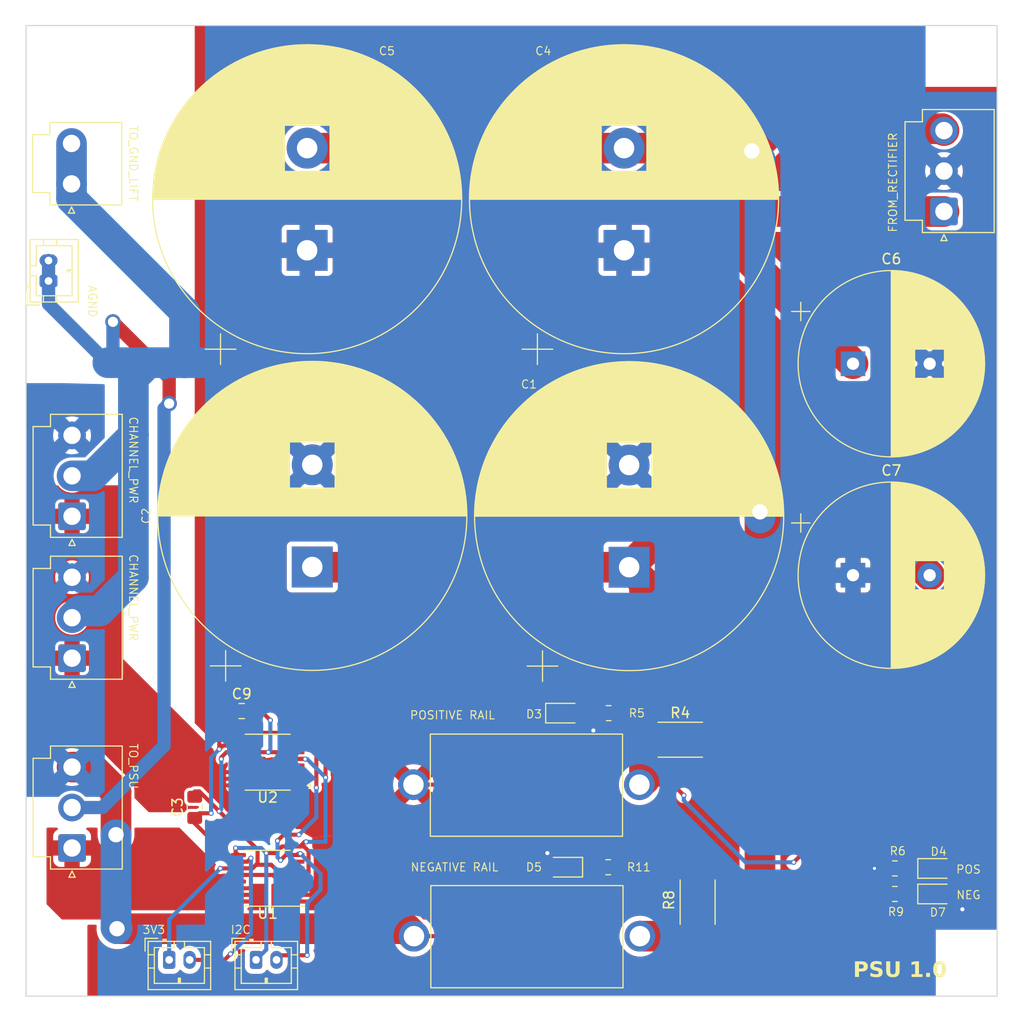
<source format=kicad_pcb>
(kicad_pcb (version 20240108) (generator "pcbnew") (generator_version "8.0")
  (layers (0 "F.Cu" signal) (31 "B.Cu" signal) (34 "B.Paste" user) (35 "F.Paste" user) (36 "B.SilkS" user "B.Silkscreen") (37 "F.SilkS" user "F.Silkscreen") (38 "B.Mask" user) (39 "F.Mask" user) (44 "Edge.Cuts" user))
  (net 0 "")
  (net 1 "PGND")
  (net 2 "Net-(D3-K)")
  (net 3 "Net-(D4-K)")
  (net 4 "Net-(D5-K)")
  (net 5 "VP1")
  (net 6 "VM1")
  (net 7 "VPOUT")
  (net 8 "Net-(D7-K)")
  (net 10 "SDA")
  (net 11 "SCL")
  (net 12 "3V3")
  (net 14 "GND")
  (net 15 "VPOUT_PSU")
  (net 16 "VPOUT_CHAN")
  (net 17 "VNOUT")
  (footprint "Capacitor_THT:CP_Radial_D18.0mm_P7.50mm" (layer "F.Cu") (at 224.4 77.1)
    (property "Reference" "C6" (at 3.75 -10.25 0) (layer "F.SilkS"))
    (property "Value" "3300u 50V")
    (pad "1" thru_hole rect (at 0 0) (size 2.4 2.4) (drill 1.2) (layers "*.Cu" "*.Mask") (net 5 "VP1"))
    (pad "2" thru_hole circle (at 7.5 0) (size 2.4 2.4) (drill 1.2) (layers "*.Cu" "*.Mask") (net 1 "PGND"))
  )
  (footprint "MountingHole:MountingHole_3.2mm_M3" (layer "F.Cu") (at 236 46.5)
    (property "Reference" "H4" (hide yes))
    (property "Value" "MountingHole")
    (pad "" np_thru_hole circle (at 0 0) (size 3.2 3.2) (drill 3.2) (layers "*.Cu" "*.Mask"))
  )
  (footprint "LED_SMD:LED_0805_2012Metric_Pad1.15x1.40mm_HandSolder" (layer "F.Cu") (at 232.6 126.5)
    (property "Reference" "D4" (at 0.175 -1.65 0) (layer "F.SilkS") (effects (font (size 0.8 0.8) (thickness 0.1))))
    (property "Value" "YELLOW")
    (pad "1" smd roundrect (at -1.025 0) (size 1.15 1.4) (layers "F.Cu" "F.Paste" "F.Mask") (roundrect_rratio 0.2173913043) (net 3 "Net-(D4-K)"))
    (pad "2" smd roundrect (at 1.025 0) (size 1.15 1.4) (layers "F.Cu" "F.Paste" "F.Mask") (roundrect_rratio 0.2173913043) (net 5 "VP1"))
  )
  (footprint "Capacitor_THT:CP_Radial_D30.0mm_P10.00mm_SnapIn" (layer "F.Cu") (at 202.5 97.017934 90)
    (property "Reference" "C1" (at 17.9 -9.8 0) (layer "F.SilkS") (effects (font (size 0.8 0.8) (thickness 0.1))))
    (property "Value" "15000U")
    (pad "1" thru_hole rect (at 0 0 90) (size 4 4) (drill 2) (layers "*.Cu" "*.Mask") (net 5 "VP1"))
    (pad "2" thru_hole circle (at 10 0 90) (size 4 4) (drill 2) (layers "*.Cu" "*.Mask") (net 1 "PGND"))
  )
  (footprint "Connector_JST:JST_VH_B3P-VH_1x03_P3.96mm_Vertical" (layer "F.Cu") (at 148 92.0325 90)
    (property "Reference" "J4" (hide yes))
    (property "Value" "Conn_01x03_Male")
    (pad "1" thru_hole roundrect (at 0 0 90) (size 2.7 2.7) (drill 1.7) (layers "*.Cu" "*.Mask") (roundrect_rratio 0.09259296296) (net 16 "VPOUT_CHAN"))
    (pad "2" thru_hole circle (at 3.96 0 90) (size 2.7 2.7) (drill 1.7) (layers "*.Cu" "*.Mask") (net 1 "PGND"))
    (pad "3" thru_hole circle (at 7.92 0 90) (size 2.7 2.7) (drill 1.7) (layers "*.Cu" "*.Mask") (net 17 "VNOUT"))
  )
  (footprint "Resistor_SMD:R_0805_2012Metric_Pad1.20x1.40mm_HandSolder" (layer "F.Cu") (at 200.45 126.38)
    (property "Reference" "R11" (at 3 0 0) (layer "F.SilkS") (effects (font (size 0.8 0.8) (thickness 0.1))))
    (property "Value" "9.1K")
    (pad "1" smd roundrect (at -1 0) (size 1.2 1.4) (layers "F.Cu" "F.Paste" "F.Mask") (roundrect_rratio 0.2083333333) (net 4 "Net-(D5-K)"))
    (pad "2" smd roundrect (at 1 0) (size 1.2 1.4) (layers "F.Cu" "F.Paste" "F.Mask") (roundrect_rratio 0.2083333333) (net 17 "VNOUT"))
  )
  (footprint "Connector_JST:JST_PH_B2B-PH-K_1x02_P2.00mm_Vertical" (layer "F.Cu") (at 157.5 135.45)
    (property "Reference" "J5" (hide yes))
    (property "Value" "Conn_01x02_Pin")
    (pad "1" thru_hole roundrect (at 0 0) (size 1.2 1.75) (drill 0.75) (layers "*.Cu" "*.Mask") (roundrect_rratio 0.208333) (net 14 "GND"))
    (pad "2" thru_hole oval (at 2 0) (size 1.2 1.75) (drill 0.75) (layers "*.Cu" "*.Mask") (net 12 "3V3"))
  )
  (footprint "MountingHole:MountingHole_3.2mm_M3" (layer "F.Cu") (at 146.1 136.2)
    (property "Reference" "H2" (hide yes))
    (property "Value" "MountingHole")
    (pad "" np_thru_hole circle (at 0 0) (size 3.2 3.2) (drill 3.2) (layers "*.Cu" "*.Mask"))
  )
  (footprint "Resistor_SMD:R_2512_6332Metric_Pad1.40x3.35mm_HandSolder" (layer "F.Cu") (at 207.5 113.9)
    (property "Reference" "R4" (at 0 -2.62 360) (layer "F.SilkS"))
    (property "Value" "1.5K 2W")
    (pad "1" smd roundrect (at -3.05 0) (size 1.4 3.35) (layers "F.Cu" "F.Paste" "F.Mask") (roundrect_rratio 0.178571) (net 5 "VP1"))
    (pad "2" smd roundrect (at 3.05 0) (size 1.4 3.35) (layers "F.Cu" "F.Paste" "F.Mask") (roundrect_rratio 0.178571) (net 1 "PGND"))
  )
  (footprint "Capacitor_THT:CP_Radial_D30.0mm_P10.00mm_SnapIn" (layer "F.Cu") (at 202 66 90)
    (property "Reference" "C4" (at 19.505 -7.9 0) (layer "F.SilkS") (effects (font (size 0.8 0.8) (thickness 0.1))))
    (property "Value" "15000U")
    (pad "1" thru_hole rect (at 0 0 90) (size 4 4) (drill 2) (layers "*.Cu" "*.Mask") (net 1 "PGND"))
    (pad "2" thru_hole circle (at 10 0 90) (size 4 4) (drill 2) (layers "*.Cu" "*.Mask") (net 6 "VM1"))
  )
  (footprint "Package_SO:TSSOP-16_4.4x5mm_P0.65mm" (layer "F.Cu") (at 167.1375 127.4625 180)
    (property "Reference" "U1" (at 0 -3.45 0) (layer "F.SilkS"))
    (property "Value" "INA260")
    (pad "1" smd roundrect (at -2.8625 -2.275 180) (size 1.475 0.4) (layers "F.Cu" "F.Paste" "F.Mask") (net 7 "VPOUT"))
    (pad "2" smd roundrect (at -2.8625 -1.625 180) (size 1.475 0.4) (layers "F.Cu" "F.Paste" "F.Mask") (net 7 "VPOUT"))
    (pad "3" smd roundrect (at -2.8625 -0.975 180) (size 1.475 0.4) (layers "F.Cu" "F.Paste" "F.Mask") (net 7 "VPOUT"))
    (pad "4" smd roundrect (at -2.8625 -0.325 180) (size 1.475 0.4) (layers "F.Cu" "F.Paste" "F.Mask") (net 11 "SCL"))
    (pad "5" smd roundrect (at -2.8625 0.325 180) (size 1.475 0.4) (layers "F.Cu" "F.Paste" "F.Mask") (net 14 "GND"))
    (pad "6" smd roundrect (at -2.8625 0.975 180) (size 1.475 0.4) (layers "F.Cu" "F.Paste" "F.Mask") (net 14 "GND"))
    (pad "7" smd roundrect (at -2.8625 1.625 180) (size 1.475 0.4) (layers "F.Cu" "F.Paste" "F.Mask"))
    (pad "8" smd roundrect (at -2.8625 2.275 180) (size 1.475 0.4) (layers "F.Cu" "F.Paste" "F.Mask") (net 10 "SDA"))
    (pad "9" smd roundrect (at 2.8625 2.275 180) (size 1.475 0.4) (layers "F.Cu" "F.Paste" "F.Mask") (net 11 "SCL"))
    (pad "10" smd roundrect (at 2.8625 1.625 180) (size 1.475 0.4) (layers "F.Cu" "F.Paste" "F.Mask") (net 12 "3V3"))
    (pad "11" smd roundrect (at 2.8625 0.975 180) (size 1.475 0.4) (layers "F.Cu" "F.Paste" "F.Mask") (net 14 "GND"))
    (pad "12" smd roundrect (at 2.8625 0.325 180) (size 1.475 0.4) (layers "F.Cu" "F.Paste" "F.Mask") (net 7 "VPOUT"))
    (pad "13" smd roundrect (at 2.8625 -0.325 180) (size 1.475 0.4) (layers "F.Cu" "F.Paste" "F.Mask"))
    (pad "14" smd roundrect (at 2.8625 -0.975 180) (size 1.475 0.4) (layers "F.Cu" "F.Paste" "F.Mask") (net 15 "VPOUT_PSU"))
    (pad "15" smd roundrect (at 2.8625 -1.625 180) (size 1.475 0.4) (layers "F.Cu" "F.Paste" "F.Mask") (net 15 "VPOUT_PSU"))
    (pad "16" smd roundrect (at 2.8625 -2.275 180) (size 1.475 0.4) (layers "F.Cu" "F.Paste" "F.Mask") (net 15 "VPOUT_PSU"))
  )
  (footprint "Connector_JST:JST_VH_B3P-VH_1x03_P3.96mm_Vertical" (layer "F.Cu") (at 148 124.5 90)
    (property "Reference" "J3" (hide yes))
    (property "Value" "Conn_01x03_Male")
    (pad "1" thru_hole roundrect (at 0 0 90) (size 2.7 2.7) (drill 1.7) (layers "*.Cu" "*.Mask") (roundrect_rratio 0.09259296296) (net 15 "VPOUT_PSU"))
    (pad "2" thru_hole circle (at 3.96 0 90) (size 2.7 2.7) (drill 1.7) (layers "*.Cu" "*.Mask") (net 1 "PGND"))
    (pad "3" thru_hole circle (at 7.92 0 90) (size 2.7 2.7) (drill 1.7) (layers "*.Cu" "*.Mask") (net 17 "VNOUT"))
  )
  (footprint "LED_SMD:LED_0805_2012Metric_Pad1.15x1.40mm_HandSolder" (layer "F.Cu") (at 196.195833 111.3)
    (property "Reference" "D3" (at -3 0.1 0) (layer "F.SilkS") (effects (font (size 0.8 0.8) (thickness 0.1))))
    (property "Value" "YELLOW")
    (pad "1" smd roundrect (at -1.025 0) (size 1.15 1.4) (layers "F.Cu" "F.Paste" "F.Mask") (roundrect_rratio 0.2173913043) (net 2 "Net-(D3-K)"))
    (pad "2" smd roundrect (at 1.025 0) (size 1.15 1.4) (layers "F.Cu" "F.Paste" "F.Mask") (roundrect_rratio 0.2173913043) (net 7 "VPOUT"))
  )
  (footprint "Resistor_SMD:R_0805_2012Metric_Pad1.20x1.40mm_HandSolder" (layer "F.Cu") (at 228.5 129 180)
    (property "Reference" "R9" (at -0.1 -1.75 0) (layer "F.SilkS") (effects (font (size 0.8 0.8) (thickness 0.1))))
    (property "Value" "9.1K")
    (pad "1" smd roundrect (at -1 0 180) (size 1.2 1.4) (layers "F.Cu" "F.Paste" "F.Mask") (roundrect_rratio 0.2083333333) (net 8 "Net-(D7-K)"))
    (pad "2" smd roundrect (at 1 0 180) (size 1.2 1.4) (layers "F.Cu" "F.Paste" "F.Mask") (roundrect_rratio 0.2083333333) (net 6 "VM1"))
  )
  (footprint "LED_SMD:LED_0805_2012Metric_Pad1.15x1.40mm_HandSolder" (layer "F.Cu") (at 232.6 129)
    (property "Reference" "D7" (at 0.1 1.8 0) (layer "F.SilkS") (effects (font (size 0.8 0.8) (thickness 0.1))))
    (property "Value" "BLUE")
    (pad "1" smd roundrect (at -1.025 0) (size 1.15 1.4) (layers "F.Cu" "F.Paste" "F.Mask") (roundrect_rratio 0.2173913043) (net 8 "Net-(D7-K)"))
    (pad "2" smd roundrect (at 1.025 0) (size 1.15 1.4) (layers "F.Cu" "F.Paste" "F.Mask") (roundrect_rratio 0.2173913043) (net 1 "PGND"))
  )
  (footprint "Capacitor_SMD:C_0805_2012Metric_Pad1.18x1.45mm_HandSolder" (layer "F.Cu") (at 164.6 111.1)
    (property "Reference" "C9" (at 0 -1.68 0) (layer "F.SilkS"))
    (property "Value" "0.1u")
    (pad "1" smd roundrect (at -1.0375 0) (size 1.175 1.45) (layers "F.Cu" "F.Paste" "F.Mask") (roundrect_rratio 0.212766) (net 12 "3V3"))
    (pad "2" smd roundrect (at 1.0375 0) (size 1.175 1.45) (layers "F.Cu" "F.Paste" "F.Mask") (roundrect_rratio 0.212766) (net 14 "GND"))
  )
  (footprint "Connector_JST:JST_PH_B2B-PH-K_1x02_P2.00mm_Vertical" (layer "F.Cu") (at 145.7 69 90)
    (property "Reference" "J7" (hide yes))
    (property "Value" "Conn_01x02_Pin")
    (pad "1" thru_hole roundrect (at 0 0 90) (size 1.2 1.75) (drill 0.75) (layers "*.Cu" "*.Mask") (roundrect_rratio 0.208333) (net 1 "PGND"))
    (pad "2" thru_hole oval (at 2 0 90) (size 1.2 1.75) (drill 0.75) (layers "*.Cu" "*.Mask") (net 1 "PGND"))
  )
  (footprint "LED_SMD:LED_0805_2012Metric_Pad1.15x1.40mm_HandSolder" (layer "F.Cu") (at 196.083333 126.38 180)
    (property "Reference" "D5" (at 2.9 0 0) (layer "F.SilkS") (effects (font (size 0.8 0.8) (thickness 0.1))))
    (property "Value" "BLUE")
    (pad "1" smd roundrect (at -1.025 0 180) (size 1.15 1.4) (layers "F.Cu" "F.Paste" "F.Mask") (roundrect_rratio 0.2173913043) (net 4 "Net-(D5-K)"))
    (pad "2" smd roundrect (at 1.025 0 180) (size 1.15 1.4) (layers "F.Cu" "F.Paste" "F.Mask") (roundrect_rratio 0.2173913043) (net 1 "PGND"))
  )
  (footprint "Capacitor_THT:CP_Radial_D30.0mm_P10.00mm_SnapIn" (layer "F.Cu") (at 171 66 90)
    (property "Reference" "C5" (at 19.505 7.8 0) (layer "F.SilkS") (effects (font (size 0.8 0.8) (thickness 0.1))))
    (property "Value" "15000U")
    (pad "1" thru_hole rect (at 0 0 90) (size 4 4) (drill 2) (layers "*.Cu" "*.Mask") (net 1 "PGND"))
    (pad "2" thru_hole circle (at 10 0 90) (size 4 4) (drill 2) (layers "*.Cu" "*.Mask") (net 6 "VM1"))
  )
  (footprint "Connector_JST:JST_PH_B2B-PH-K_1x02_P2.00mm_Vertical" (layer "F.Cu") (at 166 135.45)
    (property "Reference" "J8" (hide yes))
    (property "Value" "Conn_01x02_Male")
    (pad "1" thru_hole roundrect (at 0 0) (size 1.2 1.75) (drill 0.75) (layers "*.Cu" "*.Mask") (roundrect_rratio 0.208333) (net 11 "SCL"))
    (pad "2" thru_hole oval (at 2 0) (size 1.2 1.75) (drill 0.75) (layers "*.Cu" "*.Mask") (net 10 "SDA"))
  )
  (footprint "Connector_JST:JST_VH_B2P-VH-B_1x02_P3.96mm_Vertical" (layer "F.Cu") (at 147.95 59.5 90)
    (property "Reference" "J6" (hide yes))
    (property "Value" "Conn_01x02_Male")
    (pad "1" thru_hole roundrect (at 0 0 90) (size 2.7 2.7) (drill 1.7) (layers "*.Cu" "*.Mask") (roundrect_rratio 0.092593) (net 1 "PGND"))
    (pad "2" thru_hole circle (at 3.96 0 90) (size 2.7 2.7) (drill 1.7) (layers "*.Cu" "*.Mask") (net 1 "PGND"))
  )
  (footprint "Capacitor_SMD:C_0805_2012Metric_Pad1.18x1.45mm_HandSolder" (layer "F.Cu") (at 160 120.525 90)
    (property "Reference" "C3" (at 0 -1.68 90) (layer "F.SilkS"))
    (property "Value" "0.1u")
    (pad "1" smd roundrect (at -1.0375 0 90) (size 1.175 1.45) (layers "F.Cu" "F.Paste" "F.Mask") (roundrect_rratio 0.212766) (net 12 "3V3"))
    (pad "2" smd roundrect (at 1.0375 0 90) (size 1.175 1.45) (layers "F.Cu" "F.Paste" "F.Mask") (roundrect_rratio 0.212766) (net 14 "GND"))
  )
  (footprint "Components:Aliexpress Fuse 5x20" (layer "F.Cu") (at 192.45 120.85 180)
    (property "Reference" "F1" (hide yes))
    (property "Value" "Fuse_Small")
    (pad "1" thru_hole circle (at -11.05 2.55 180) (size 3 3) (drill 2) (layers "*.Cu" "*.Mask") (net 5 "VP1"))
    (pad "2" thru_hole circle (at 11.05 2.55 180) (size 3 3) (drill 2) (layers "*.Cu" "*.Mask") (net 7 "VPOUT"))
  )
  (footprint "Capacitor_THT:CP_Radial_D18.0mm_P7.50mm" (layer "F.Cu") (at 224.4 97.8)
    (property "Reference" "C7" (at 3.75 -10.25 0) (layer "F.SilkS"))
    (property "Value" "3300u 50V")
    (pad "1" thru_hole rect (at 0 0) (size 2.4 2.4) (drill 1.2) (layers "*.Cu" "*.Mask") (net 1 "PGND"))
    (pad "2" thru_hole circle (at 7.5 0) (size 2.4 2.4) (drill 1.2) (layers "*.Cu" "*.Mask") (net 6 "VM1"))
  )
  (footprint "Connector_JST:JST_VH_B3P-VH_1x03_P3.96mm_Vertical" (layer "F.Cu") (at 148 105.92 90)
    (property "Reference" "J10" (hide yes))
    (property "Value" "Conn_01x03_Male")
    (pad "1" thru_hole roundrect (at 0 0 90) (size 2.7 2.7) (drill 1.7) (layers "*.Cu" "*.Mask") (roundrect_rratio 0.09259296296) (net 16 "VPOUT_CHAN"))
    (pad "2" thru_hole circle (at 3.96 0 90) (size 2.7 2.7) (drill 1.7) (layers "*.Cu" "*.Mask") (net 1 "PGND"))
    (pad "3" thru_hole circle (at 7.92 0 90) (size 2.7 2.7) (drill 1.7) (layers "*.Cu" "*.Mask") (net 17 "VNOUT"))
  )
  (footprint "Resistor_SMD:R_2512_6332Metric_Pad1.40x3.35mm_HandSolder" (layer "F.Cu") (at 209.2 129.8 -90)
    (property "Reference" "R8" (at -0.2 2.8 90) (layer "F.SilkS"))
    (property "Value" "1.5K 2W")
    (pad "1" smd roundrect (at -3.05 0 270) (size 1.4 3.35) (layers "F.Cu" "F.Paste" "F.Mask") (roundrect_rratio 0.178571) (net 1 "PGND"))
    (pad "2" smd roundrect (at 3.05 0 270) (size 1.4 3.35) (layers "F.Cu" "F.Paste" "F.Mask") (roundrect_rratio 0.178571) (net 6 "VM1"))
  )
  (footprint "MountingHole:MountingHole_3mm" (layer "F.Cu") (at 236 136.5)
    (property "Reference" "H1" (hide yes))
    (property "Value" "MountingHole")
    (pad "" np_thru_hole circle (at 0 0) (size 3 3) (drill 3) (layers "*.Cu" "*.Mask"))
  )
  (footprint "Connector_JST:JST_VH_B3P-VH_1x03_P3.96mm_Vertical" (layer "F.Cu") (at 233.3 62.2 90)
    (property "Reference" "J9" (hide yes))
    (property "Value" "Conn_01x03_Male")
    (pad "1" thru_hole roundrect (at 0 0 90) (size 2.7 2.7) (drill 1.7) (layers "*.Cu" "*.Mask") (roundrect_rratio 0.092593) (net 5 "VP1"))
    (pad "2" thru_hole circle (at 3.96 0 90) (size 2.7 2.7) (drill 1.7) (layers "*.Cu" "*.Mask") (net 1 "PGND"))
    (pad "3" thru_hole circle (at 7.92 0 90) (size 2.7 2.7) (drill 1.7) (layers "*.Cu" "*.Mask") (net 6 "VM1"))
  )
  (footprint "Components:Aliexpress Fuse 5x20" (layer "F.Cu") (at 192.5 135.68 180)
    (property "Reference" "F2" (hide yes))
    (property "Value" "Fuse_Small")
    (pad "1" thru_hole circle (at -11.05 2.55 180) (size 3 3) (drill 2) (layers "*.Cu" "*.Mask") (net 6 "VM1"))
    (pad "2" thru_hole circle (at 11.05 2.55 180) (size 3 3) (drill 2) (layers "*.Cu" "*.Mask") (net 17 "VNOUT"))
  )
  (footprint "Resistor_SMD:R_0805_2012Metric_Pad1.20x1.40mm_HandSolder" (layer "F.Cu") (at 200.5 111.3 180)
    (property "Reference" "R5" (at -2.75 0 0) (layer "F.SilkS") (effects (font (size 0.8 0.8) (thickness 0.1))))
    (property "Value" "9.1K")
    (pad "1" smd roundrect (at -1 0 180) (size 1.2 1.4) (layers "F.Cu" "F.Paste" "F.Mask") (roundrect_rratio 0.2083333333) (net 2 "Net-(D3-K)"))
    (pad "2" smd roundrect (at 1 0 180) (size 1.2 1.4) (layers "F.Cu" "F.Paste" "F.Mask") (roundrect_rratio 0.2083333333) (net 1 "PGND"))
  )
  (footprint "Package_SO:TSSOP-16_4.4x5mm_P0.65mm" (layer "F.Cu") (at 167.1375 116.1 180)
    (property "Reference" "U2" (at 0 -3.45 360) (layer "F.SilkS"))
    (property "Value" "INA260")
    (pad "1" smd roundrect (at -2.8625 -2.275 180) (size 1.475 0.4) (layers "F.Cu" "F.Paste" "F.Mask") (net 7 "VPOUT"))
    (pad "2" smd roundrect (at -2.8625 -1.625 180) (size 1.475 0.4) (layers "F.Cu" "F.Paste" "F.Mask") (net 7 "VPOUT"))
    (pad "3" smd roundrect (at -2.8625 -0.975 180) (size 1.475 0.4) (layers "F.Cu" "F.Paste" "F.Mask") (net 7 "VPOUT"))
    (pad "4" smd roundrect (at -2.8625 -0.325 180) (size 1.475 0.4) (layers "F.Cu" "F.Paste" "F.Mask") (net 14 "GND"))
    (pad "5" smd roundrect (at -2.8625 0.325 180) (size 1.475 0.4) (layers "F.Cu" "F.Paste" "F.Mask") (net 11 "SCL"))
    (pad "6" smd roundrect (at -2.8625 0.975 180) (size 1.475 0.4) (layers "F.Cu" "F.Paste" "F.Mask") (net 14 "GND"))
    (pad "7" smd roundrect (at -2.8625 1.625 180) (size 1.475 0.4) (layers "F.Cu" "F.Paste" "F.Mask"))
    (pad "8" smd roundrect (at -2.8625 2.275 180) (size 1.475 0.4) (layers "F.Cu" "F.Paste" "F.Mask") (net 10 "SDA"))
    (pad "9" smd roundrect (at 2.8625 2.275 180) (size 1.475 0.4) (layers "F.Cu" "F.Paste" "F.Mask") (net 11 "SCL"))
    (pad "10" smd roundrect (at 2.8625 1.625 180) (size 1.475 0.4) (layers "F.Cu" "F.Paste" "F.Mask") (net 12 "3V3"))
    (pad "11" smd roundrect (at 2.8625 0.975 180) (size 1.475 0.4) (layers "F.Cu" "F.Paste" "F.Mask") (net 14 "GND"))
    (pad "12" smd roundrect (at 2.8625 0.325 180) (size 1.475 0.4) (layers "F.Cu" "F.Paste" "F.Mask") (net 7 "VPOUT"))
    (pad "13" smd roundrect (at 2.8625 -0.325 180) (size 1.475 0.4) (layers "F.Cu" "F.Paste" "F.Mask"))
    (pad "14" smd roundrect (at 2.8625 -0.975 180) (size 1.475 0.4) (layers "F.Cu" "F.Paste" "F.Mask") (net 16 "VPOUT_CHAN"))
    (pad "15" smd roundrect (at 2.8625 -1.625 180) (size 1.475 0.4) (layers "F.Cu" "F.Paste" "F.Mask") (net 16 "VPOUT_CHAN"))
    (pad "16" smd roundrect (at 2.8625 -2.275 180) (size 1.475 0.4) (layers "F.Cu" "F.Paste" "F.Mask") (net 16 "VPOUT_CHAN"))
  )
  (footprint "Capacitor_THT:CP_Radial_D30.0mm_P10.00mm_SnapIn" (layer "F.Cu") (at 171.5 96.995 90)
    (property "Reference" "C2" (at 5 -16.25 90) (layer "F.SilkS") (effects (font (size 0.8 0.8) (thickness 0.1))))
    (property "Value" "15000U")
    (pad "1" thru_hole rect (at 0 0 90) (size 4 4) (drill 2) (layers "*.Cu" "*.Mask") (net 5 "VP1"))
    (pad "2" thru_hole circle (at 10 0 90) (size 4 4) (drill 2) (layers "*.Cu" "*.Mask") (net 1 "PGND"))
  )
  (footprint "Resistor_SMD:R_0805_2012Metric_Pad1.20x1.40mm_HandSolder" (layer "F.Cu") (at 228.5 126.5 180)
    (property "Reference" "R6" (at -0.275 1.7 0) (layer "F.SilkS") (effects (font (size 0.8 0.8) (thickness 0.1))))
    (property "Value" "9.1K")
    (pad "1" smd roundrect (at -1 0 180) (size 1.2 1.4) (layers "F.Cu" "F.Paste" "F.Mask") (roundrect_rratio 0.2083333333) (net 3 "Net-(D4-K)"))
    (pad "2" smd roundrect (at 1 0 180) (size 1.2 1.4) (layers "F.Cu" "F.Paste" "F.Mask") (roundrect_rratio 0.2083333333) (net 1 "PGND"))
  )
  (footprint "MountingHole:MountingHole_3mm" (layer "F.Cu") (at 146.1 46.2)
    (property "Reference" "H3" (hide yes))
    (property "Value" "MountingHole")
    (pad "" np_thru_hole circle (at 0 0) (size 3 3) (drill 3) (layers "*.Cu" "*.Mask"))
  )
  (gr_line (start 238.5 139) (end 143.5 139) (stroke (width 0.1)) (layer "Edge.Cuts"))
  (gr_line (start 238.5 44) (end 238.5 139) (stroke (width 0.1)) (layer "Edge.Cuts"))
  (gr_line (start 143.5 44) (end 238.5 44) (stroke (width 0.1)) (layer "Edge.Cuts"))
  (gr_line (start 143.5 44) (end 143.5 139) (stroke (width 0.1)) (layer "Edge.Cuts"))
  (gr_text "CHANNEL_PWR" (at 154 86.5325 270) (layer "F.SilkS") (effects (font (size 0.8 0.8) (thickness 0.1))))
  (gr_text "PSU 1.0" (at 224.4 136.5 0) (layer "F.SilkS") (effects (font (size 1.5 1.5) (thickness 0.3) (bold yes)) (justify left)))
  (gr_text "AGND" (at 150 71 270) (layer "F.SilkS") (effects (font (size 0.8 0.8) (thickness 0.1))))
  (gr_text "TO_PSU" (at 154 116.5 -90) (layer "F.SilkS") (effects (font (size 0.8 0.8) (thickness 0.1))))
  (gr_text "3V3" (at 156 132.5 0) (layer "F.SilkS") (effects (font (size 0.8 0.8) (thickness 0.1))))
  (gr_text "I2C" (at 164.5 132.5 0) (layer "F.SilkS") (effects (font (size 0.8 0.8) (thickness 0.1))))
  (gr_text "POSITIVE RAIL" (at 181 111.5 0) (layer "F.SilkS") (effects (font (size 0.8 0.8) (thickness 0.1)) (justify left)))
  (gr_text "FROM_RECTIFIER" (at 228.3 64.3 90) (layer "F.SilkS") (effects (font (size 0.8 0.8) (thickness 0.1)) (justify left)))
  (gr_text "TO_GND_LIFT" (at 154 57.5 270) (layer "F.SilkS") (effects (font (size 0.8 0.8) (thickness 0.1))))
  (gr_text "NEGATIVE RAIL" (at 181.066667 126.38 0) (layer "F.SilkS") (effects (font (size 0.8 0.8) (thickness 0.1)) (justify left)))
  (gr_text "POS" (at 235.7 126.6 0) (layer "F.SilkS") (effects (font (size 0.8 0.8) (thickness 0.1))))
  (gr_text "CHANNEL_PWR" (at 154 100 270) (layer "F.SilkS") (effects (font (size 0.8 0.8) (thickness 0.1))))
  (gr_text "NEG\n" (at 235.7 129.1 0) (layer "F.SilkS") (effects (font (size 0.8 0.8) (thickness 0.1))))
  (segment (start 199.5 111.3) (end 199.5 112.5) (width 0.4) (layer "F.Cu") (net 1))
  (segment (start 157.5 81) (end 157.5 78.5) (width 1.3) (layer "F.Cu") (net 1))
  (segment (start 157.5 78.5) (end 152 73) (width 1.3) (layer "F.Cu") (net 1))
  (segment (start 227.5 126.5) (end 226.5 126.5) (width 0.4) (layer "F.Cu") (net 1))
  (segment (start 195.058333 126.38) (end 195.058333 125.558333) (width 0.4) (layer "F.Cu") (net 1))
  (segment (start 199.5 112.5) (end 199 113) (width 0.4) (layer "F.Cu") (net 1))
  (segment (start 195.058333 125.558333) (end 194.5 125) (width 0.4) (layer "F.Cu") (net 1))
  (segment (start 233.625 129.025) (end 235.1 130.5) (width 0.4) (layer "F.Cu") (net 1))
  (via (at 226.5 126.5) (size 0.5) (drill 0.3) (layers "F.Cu" "B.Cu") (net 1))
  (via (at 199 113) (size 0.8) (drill 0.4) (layers "F.Cu" "B.Cu") (net 1))
  (via (at 152 73) (size 1.5) (drill 1) (layers "F.Cu" "B.Cu") (net 1))
  (via (at 194.5 125) (size 0.8) (drill 0.4) (layers "F.Cu" "B.Cu") (net 1))
  (via (at 235.1 130.5) (size 0.8) (drill 0.4) (layers "F.Cu" "B.Cu") (net 1))
  (via (at 157.5 81) (size 1.5) (drill 1) (layers "F.Cu" "B.Cu") (net 1))
  (segment (start 155.5 77) (end 151.5 77) (width 3) (layer "B.Cu") (net 1))
  (segment (start 157 81.5) (end 157.5 81) (width 1.3) (layer "B.Cu") (net 1))
  (segment (start 159 77) (end 171.5 77) (width 3) (layer "B.Cu") (net 1))
  (segment (start 158 77) (end 159 77) (width 3) (layer "B.Cu") (net 1))
  (segment (start 148 120.54) (end 150.96 120.54) (width 1.3) (layer "B.Cu") (net 1))
  (segment (start 152 76.5) (end 151.5 77) (width 1.3) (layer "B.Cu") (net 1))
  (segment (start 154 78.5) (end 154 84.1) (width 3) (layer "B.Cu") (net 1))
  (segment (start 155.5 77) (end 158 77) (width 3) (layer "B.Cu") (net 1))
  (segment (start 151.45 77) (end 145.7 71.25) (width 1.3) (layer "B.Cu") (net 1))
  (segment (start 147.95 55.54) (end 147.95 59.5) (width 3) (layer "B.Cu") (net 1))
  (segment (start 148.66 101.3) (end 148 101.96) (width 3) (layer "B.Cu") (net 1))
  (segment (start 150.7 101.3) (end 148.66 101.3) (width 3) (layer "B.Cu") (net 1))
  (segment (start 151.5 77) (end 151.45 77) (width 1.3) (layer "B.Cu") (net 1))
  (segment (start 150.96 120.54) (end 157 114.5) (width 1.3) (layer "B.Cu") (net 1))
  (segment (start 154 98) (end 150.7 101.3) (width 3) (layer "B.Cu") (net 1))
  (segment (start 147.95 60.95) (end 159 72) (width 3) (layer "B.Cu") (net 1))
  (segment (start 147.95 59.5) (end 147.95 60.95) (width 3) (layer "B.Cu") (net 1))
  (segment (start 145.7 71.25) (end 145.7 67) (width 1.3) (layer "B.Cu") (net 1))
  (segment (start 152 73) (end 152 76.5) (width 1.3) (layer "B.Cu") (net 1))
  (segment (start 154 84.1) (end 154 98) (width 3) (layer "B.Cu") (net 1))
  (segment (start 157 78) (end 158 77) (width 1.3) (layer "B.Cu") (net 1))
  (segment (start 154 82.0725) (end 154 81) (width 1.3) (layer "B.Cu") (net 1))
  (segment (start 154 84.1) (end 150.0275 88.0725) (width 3) (layer "B.Cu") (net 1))
  (segment (start 150.0275 88.0725) (end 148 88.0725) (width 3) (layer "B.Cu") (net 1))
  (segment (start 157 114.5) (end 157 81.5) (width 1.3) (layer "B.Cu") (net 1))
  (segment (start 155.5 77) (end 154 78.5) (width 3) (layer "B.Cu") (net 1))
  (segment (start 159 72) (end 159 77) (width 3) (layer "B.Cu") (net 1))
  (segment (start 201.5 111.3) (end 200.4 110.2) (width 0.4) (layer "F.Cu") (net 2))
  (segment (start 196.270833 110.2) (end 195.170833 111.3) (width 0.4) (layer "F.Cu") (net 2))
  (segment (start 200.4 110.2) (end 196.270833 110.2) (width 0.4) (layer "F.Cu") (net 2))
  (segment (start 229.5 126.5) (end 231.575 126.5) (width 0.4) (layer "F.Cu") (net 3))
  (segment (start 199.45 126.38) (end 197.108333 126.38) (width 0.4) (layer "F.Cu") (net 4))
  (segment (start 212.35 65.05) (end 212.35 62.95) (width 3) (layer "F.Cu") (net 5))
  (segment (start 212.35 62.95) (end 206.4 68.9) (width 3) (layer "F.Cu") (net 5))
  (segment (start 233.625 126.5) (end 231.6 124.475) (width 0.4) (layer "F.Cu") (net 5))
  (segment (start 206.4 68.9) (end 206.4 93.117934) (width 3) (layer "F.Cu") (net 5))
  (segment (start 213.1 62.2) (end 212.35 62.95) (width 3) (layer "F.Cu") (net 5))
  (segment (start 206.4 93.117934) (end 202.5 97.017934) (width 3) (layer "F.Cu") (net 5))
  (segment (start 202.5 97.017934) (end 204 98.517934) (width 3) (layer "F.Cu") (net 5))
  (segment (start 206.8 118.3) (end 207.85 119.35) (width 0.4) (layer "F.Cu") (net 5))
  (segment (start 224.4 77.1) (end 212.35 65.05) (width 3) (layer "F.Cu") (net 5))
  (segment (start 231.6 124.475) (end 220.025 124.475) (width 0.4) (layer "F.Cu") (net 5))
  (segment (start 202.5 97.017934) (end 171.522934 97.017934) (width 3) (layer "F.Cu") (net 5))
  (segment (start 203.5 118.3) (end 206.8 118.3) (width 0.4) (layer "F.Cu") (net 5))
  (segment (start 220.025 124.475) (end 218.6 125.9) (width 0.4) (layer "F.Cu") (net 5))
  (segment (start 204 98.517934) (end 204 117.8) (width 3) (layer "F.Cu") (net 5))
  (segment (start 233.3 62.2) (end 213.1 62.2) (width 3) (layer "F.Cu") (net 5))
  (segment (start 204 117.8) (end 203.5 118.3) (width 3) (layer "F.Cu") (net 5))
  (via (at 207.85 119.35) (size 0.5) (drill 0.3) (layers "F.Cu" "B.Cu") (net 5))
  (via (at 218.6 125.9) (size 0.5) (drill 0.3) (layers "F.Cu" "B.Cu") (net 5))
  (segment (start 218.6 125.9) (end 213.9 125.9) (width 0.4) (layer "B.Cu") (net 5))
  (segment (start 207.85 119.85) (end 207.85 119.35) (width 0.4) (layer "B.Cu") (net 5))
  (segment (start 213.9 125.9) (end 207.85 119.85) (width 0.4) (layer "B.Cu") (net 5))
  (segment (start 216.679996 54.1) (end 214.499998 56.279998) (width 3) (layer "F.Cu") (net 6))
  (segment (start 215.3 92.2) (end 215.3 130.092486) (width 3) (layer "F.Cu") (net 6))
  (segment (start 215.3 128.8) (end 215.5 129) (width 0.4) (layer "F.Cu") (net 6))
  (segment (start 214.22 56) (end 214.499998 56.279998) (width 3) (layer "F.Cu") (net 6))
  (segment (start 226.3 92.2) (end 215.3 92.2) (width 3) (layer "F.Cu") (net 6))
  (segment (start 233.3 54.28) (end 233.12 54.1) (width 3) (layer "F.Cu") (net 6))
  (segment (start 231.9 97.8) (end 226.3 92.2) (width 3) (layer "F.Cu") (net 6))
  (segment (start 215.3 130.092486) (end 212.262486 133.13) (width 3) (layer "F.Cu") (net 6))
  (segment (start 171 56) (end 202 56) (width 3) (layer "F.Cu") (net 6))
  (segment (start 233.12 54.1) (end 216.679996 54.1) (width 3) (layer "F.Cu") (net 6))
  (segment (start 202 56) (end 214.22 56) (width 3) (layer "F.Cu") (net 6))
  (segment (start 215.5 129) (end 227.5 129) (width 0.4) (layer "F.Cu") (net 6))
  (segment (start 212.262486 133.13) (end 203.55 133.13) (width 3) (layer "F.Cu") (net 6))
  (via (at 214.499998 56.279998) (size 3) (drill 1.5) (layers "F.Cu" "B.Cu") (net 6))
  (via (at 215.3 91.6) (size 3) (drill 1.5) (layers "F.Cu" "B.Cu") (net 6))
  (segment (start 215.3 92.2) (end 215.3 91.6) (width 3) (layer "B.Cu") (net 6))
  (segment (start 215.3 91.6) (end 215.3 57.08) (width 3) (layer "B.Cu") (net 6))
  (segment (start 215.3 57.08) (end 214.499998 56.279998) (width 3) (layer "B.Cu") (net 6))
  (segment (start 163.9 115.775) (end 166.775 115.775) (width 0.4) (layer "F.Cu") (net 7))
  (segment (start 168.9375 128.4375) (end 170 128.4375) (width 0.4) (layer "F.Cu") (net 7))
  (segment (start 190.220833 118.3) (end 197.220833 111.3) (width 0.4) (layer "F.Cu") (net 7))
  (segment (start 164.275 127.1375) (end 167.6375 127.1375) (width 0.4) (layer "F.Cu") (net 7))
  (segment (start 166.775 115.775) (end 167.3 116.3) (width 0.4) (layer "F.Cu") (net 7))
  (segment (start 167.6375 127.1375) (end 168.9375 128.4375) (width 0.4) (layer "F.Cu") (net 7))
  (segment (start 181.4 118.3) (end 190.220833 118.3) (width 0.4) (layer "F.Cu") (net 7))
  (segment (start 229.5 129) (end 231.575 129) (width 0.4) (layer "F.Cu") (net 8))
  (segment (start 171.9 114.927622) (end 171.9 118.6) (width 0.4) (layer "F.Cu") (net 10))
  (segment (start 170 113.825) (end 170.797378 113.825) (width 0.4) (layer "F.Cu") (net 10))
  (segment (start 168.4 125.7) (end 168.9125 125.1875) (width 0.4) (layer "F.Cu") (net 10))
  (segment (start 170.1375 125.05) (end 170.329979 125.05) (width 0.4) (layer "F.Cu") (net 10))
  (segment (start 168.9125 125.1875) (end 170 125.1875) (width 0.4) (layer "F.Cu") (net 10))
  (segment (start 171 135) (end 168.45 135) (width 0.4) (layer "F.Cu") (net 10))
  (segment (start 170.2 123.2) (end 168.7 123.2) (width 0.4) (layer "F.Cu") (net 10))
  (segment (start 170.797378 113.825) (end 171.9 114.927622) (width 0.4) (layer "F.Cu") (net 10))
  (segment (start 168.7 123.2) (end 168.1 123.8) (width 0.4) (layer "F.Cu") (net 10))
  (segment (start 170 125.1875) (end 170.1375 125.05) (width 0.4) (layer "F.Cu") (net 10))
  (segment (start 168.45 135) (end 168 135.45) (width 0.4) (layer "F.Cu") (net 10))
  (via (at 170.329979 125.05) (size 0.5) (drill 0.3) (layers "F.Cu" "B.Cu") (net 10))
  (via (at 168.1 123.8) (size 0.5) (drill 0.3) (layers "F.Cu" "B.Cu") (net 10))
  (via (at 170.2 123.2) (size 0.5) (drill 0.3) (layers "F.Cu" "B.Cu") (net 10))
  (via (at 168.4 125.7) (size 0.5) (drill 0.3) (layers "F.Cu" "B.Cu") (net 10))
  (via (at 171.9 118.6) (size 0.5) (drill 0.3) (layers "F.Cu" "B.Cu") (net 10))
  (via (at 171 135) (size 0.5) (drill 0.3) (layers "F.Cu" "B.Cu") (net 10))
  (segment (start 171.9 118.6) (end 171.9 121.5) (width 0.4) (layer "B.Cu") (net 10))
  (segment (start 172.3 127.020021) (end 172.3 128.6) (width 0.4) (layer "B.Cu") (net 10))
  (segment (start 170.329979 125.05) (end 172.3 127.020021) (width 0.4) (layer "B.Cu") (net 10))
  (segment (start 171.9 121.5) (end 170.2 123.2) (width 0.4) (layer "B.Cu") (net 10))
  (segment (start 171 129.9) (end 172.3 128.6) (width 0.4) (layer "B.Cu") (net 10))
  (segment (start 168.1 125.4) (end 168.4 125.7) (width 0.4) (layer "B.Cu") (net 10))
  (segment (start 171 135) (end 171 129.9) (width 0.4) (layer "B.Cu") (net 10))
  (segment (start 168.1 123.8) (end 168.1 125.4) (width 0.4) (layer "B.Cu") (net 10))
  (segment (start 168.53995 124.35) (end 167.88995 125) (width 0.4) (layer "F.Cu") (net 11))
  (segment (start 164 124.5) (end 164 124.9125) (width 0.4) (layer "F.Cu") (net 11))
  (segment (start 170.684573 124.35) (end 170.3 124.35) (width 0.4) (layer "F.Cu") (net 11))
  (segment (start 170.75 123.9) (end 170.3 124.35) (width 0.4) (layer "F.Cu") (net 11))
  (segment (start 167.88995 125) (end 167 125) (width 0.4) (layer "F.Cu") (net 11))
  (segment (start 172.8 114.979094) (end 172.8 117.6) (width 0.4) (layer "F.Cu") (net 11))
  (segment (start 171.1375 124.802927) (end 170.684573 124.35) (width 0.4) (layer "F.Cu") (net 11))
  (segment (start 170.797378 127.7875) (end 171.1375 127.447378) (width 0.4) (layer "F.Cu") (net 11))
  (segment (start 169.625 115.775) (end 170.775 115.775) (width 0.4) (layer "F.Cu") (net 11))
  (segment (start 170.3 124.35) (end 168.53995 124.35) (width 0.4) (layer "F.Cu") (net 11))
  (segment (start 163.9 113.825) (end 164.5 113.225) (width 0.4) (layer "F.Cu") (net 11))
  (segment (start 164.5 113.225) (end 171.045906 113.225) (width 0.4) (layer "F.Cu") (net 11))
  (segment (start 170.775 115.775) (end 170.8 115.8) (width 0.4) (layer "F.Cu") (net 11))
  (segment (start 171.1375 127.447378) (end 171.1375 124.802927) (width 0.4) (layer "F.Cu") (net 11))
  (segment (start 171.045906 113.225) (end 172.8 114.979094) (width 0.4) (layer "F.Cu") (net 11))
  (segment (start 170 127.7875) (end 170.797378 127.7875) (width 0.4) (layer "F.Cu") (net 11))
  (segment (start 170.9 123.9) (end 170.75 123.9) (width 0.4) (layer "F.Cu") (net 11))
  (segment (start 164 124.9125) (end 164.275 125.1875) (width 0.4) (layer "F.Cu") (net 11))
  (via (at 170.9 123.9) (size 0.5) (drill 0.3) (layers "F.Cu" "B.Cu") (net 11))
  (via (at 164 124.5) (size 0.5) (drill 0.3) (layers "F.Cu" "B.Cu") (net 11))
  (via (at 172.8 117.6) (size 0.5) (drill 0.3) (layers "F.Cu" "B.Cu") (net 11))
  (via (at 167 125) (size 0.5) (drill 0.3) (layers "F.Cu" "B.Cu") (net 11))
  (via (at 170.8 115.8) (size 0.5) (drill 0.3) (layers "F.Cu" "B.Cu") (net 11))
  (segment (start 170.8 115.8) (end 171 115.8) (width 0.4) (layer "B.Cu") (net 11))
  (segment (start 166.5 124.5) (end 164 124.5) (width 0.4) (layer "B.Cu") (net 11))
  (segment (start 172.8 123.9) (end 170.9 123.9) (width 0.4) (layer "B.Cu") (net 11))
  (segment (start 167 134.45) (end 166 135.45) (width 0.4) (layer "B.Cu") (net 11))
  (segment (start 167 125) (end 167 134.45) (width 0.4) (layer "B.Cu") (net 11))
  (segment (start 167 125) (end 166.5 124.5) (width 0.4) (layer "B.Cu") (net 11))
  (segment (start 172.8 117.6) (end 172.8 123.9) (width 0.4) (layer "B.Cu") (net 11))
  (segment (start 171 115.8) (end 172.8 117.6) (width 0.4) (layer "B.Cu") (net 11))
  (segment (start 159.9125 122) (end 160 122.0875) (width 0.4) (layer "F.Cu") (net 12))
  (segment (start 163.5625 111.1) (end 162.40218 112.26032) (width 0.4) (layer "F.Cu") (net 12))
  (segment (start 161.6 121.1) (end 160.4625 121.1) (width 0.4) (layer "F.Cu") (net 12))
  (segment (start 164.275 125.8375) (end 163.480392 125.8375) (width 0.4) (layer "F.Cu") (net 12))
  (segment (start 163.480392 125.8375) (end 162.5 124.857108) (width 0.4) (layer "F.Cu") (net 12))
  (segment (start 162.5 123.5) (end 161.4125 123.5) (width 0.4) (layer "F.Cu") (net 12))
  (segment (start 161.4125 123.5) (end 160 122.0875) (width 0.4) (layer "F.Cu") (net 12))
  (segment (start 164.275 125.8375) (end 165.1625 125.8375) (width 0.4) (layer "F.Cu") (net 12))
  (segment (start 160.4625 121.1) (end 160 121.5625) (width 0.4) (layer "F.Cu") (net 12))
  (segment (start 162.925 135.45) (end 163.5 134.875) (width 0.4) (layer "F.Cu") (net 12))
  (segment (start 162.40218 112.26032) (end 162.40218 114.835492) (width 0.4) (layer "F.Cu") (net 12))
  (segment (start 162.5 124.857108) (end 162.5 123.5) (width 0.4) (layer "F.Cu") (net 12))
  (segment (start 162.762672 114.475) (end 162.40218 114.835492) (width 0.4) (layer "F.Cu") (net 12))
  (segment (start 163.9 114.475) (end 162.762672 114.475) (width 0.4) (layer "F.Cu") (net 12))
  (segment (start 165.1625 125.8375) (end 165.5 125.5) (width 0.4) (layer "F.Cu") (net 12))
  (segment (start 159.5 135.45) (end 162.925 135.45) (width 0.4) (layer "F.Cu") (net 12))
  (via (at 162.40218 114.835492) (size 0.5) (drill 0.3) (layers "F.Cu" "B.Cu") (net 12))
  (via (at 163.5 134.875) (size 0.5) (drill 0.3) (layers "F.Cu" "B.Cu") (net 12))
  (via (at 161.6 121.1) (size 0.5) (drill 0.3) (layers "F.Cu" "B.Cu") (net 12))
  (via (at 165.5 125.5) (size 0.5) (drill 0.3) (layers "F.Cu" "B.Cu") (net 12))
  (segment (start 161.6 115.637672) (end 162.40218 114.835492) (width 0.4) (layer "B.Cu") (net 12))
  (segment (start 165.5 125.5) (end 165.5 132.875) (width 0.4) (layer "B.Cu") (net 12))
  (segment (start 165.5 132.875) (end 163.5 134.875) (width 0.4) (layer "B.Cu") (net 12))
  (segment (start 161.6 121.1) (end 161.6 115.637672) (width 0.4) (layer "B.Cu") (net 12))
  (segment (start 165.657108 126.4875) (end 164.275 126.4875) (width 0.4) (layer "F.Cu") (net 14))
  (segment (start 168.4 115.997378) (end 168.827622 116.425) (width 0.4) (layer "F.Cu") (net 14))
  (segment (start 166.15 124.66005) (end 166.15 125.994608) (width 0.4) (layer "F.Cu") (net 14))
  (segment (start 160 118.9625) (end 160.45245 118.9625) (width 0.4) (layer "F.Cu") (net 14))
  (segment (start 168.827622 115.125) (end 168.4 115.552622) (width 0.4) (layer "F.Cu") (net 14))
  (segment (start 169.625 115.125) (end 168.827622 115.125) (width 0.4) (layer "F.Cu") (net 14))
  (segment (start 165.6375 111.1) (end 166.5 111.1) (width 0.4) (layer "F.Cu") (net 14))
  (segment (start 162.6 115.627622) (end 162.6 115.8) (width 0.4) (layer "F.Cu") (net 14))
  (segment (start 163.9 115.125) (end 163.102622 115.125) (width 0.4) (layer "F.Cu") (net 14))
  (segment (start 166 126.144608) (end 165.657108 126.4875) (width 0.4) (layer "F.Cu") (net 14))
  (segment (start 162.5 126.5) (end 164.2625 126.5) (width 0.4) (layer "F.Cu") (net 14))
  (segment (start 166.15 125.994608) (end 166 126.144608) (width 0.4) (layer "F.Cu") (net 14))
  (segment (start 163.9 115.125) (end 167.972378 115.125) (width 0.4) (layer "F.Cu") (net 14))
  (segment (start 167.493136 126.144608) (end 168.486028 127.1375) (width 0.4) (layer "F.Cu") (net 14))
  (segment (start 164.2625 126.5) (end 164.275 126.4875) (width 0.4) (layer "F.Cu") (net 14))
  (segment (start 160.45245 118.9625) (end 166.15 124.66005) (width 0.4) (layer "F.Cu") (net 14))
  (segment (start 166 126.144608) (end 167.493136 126.144608) (width 0.4) (layer "F.Cu") (net 14))
  (segment (start 167.972378 115.125) (end 168.4 115.552622) (width 0.4) (layer "F.Cu") (net 14))
  (segment (start 168.4 115.552622) (end 168.4 115.997378) (width 0.4) (layer "F.Cu") (net 14))
  (segment (start 168.827622 116.425) (end 169.625 116.425) (width 0.4) (layer "F.Cu") (net 14))
  (segment (start 163.102622 115.125) (end 162.6 115.627622) (width 0.4) (layer "F.Cu") (net 14))
  (segment (start 166.5 111.1) (end 167.4 112) (width 0.4) (layer "F.Cu") (net 14))
  (segment (start 170 126.4875) (end 170 127.1375) (width 0.4) (layer "F.Cu") (net 14))
  (segment (start 168.486028 127.1375) (end 170 127.1375) (width 0.4) (layer "F.Cu") (net 14))
  (via (at 162.394975 120.905025) (size 0.5) (drill 0.3) (layers "F.Cu" "B.Cu") (net 14))
  (via (at 162.5 126.5) (size 0.5) (drill 0.3) (layers "F.Cu" "B.Cu") (net 14))
  (via (at 167.4 112) (size 0.5) (drill 0.3) (layers "F.Cu" "B.Cu") (net 14))
  (via (at 162.6 115.8) (size 0.5) (drill 0.3) (layers "F.Cu" "B.Cu") (net 14))
  (via (at 167.2 115.125) (size 0.5) (drill 0.3) (layers "F.Cu" "B.Cu") (net 14))
  (segment (start 167.4 112) (end 167.4 114.925) (width 0.4) (layer "B.Cu") (net 14))
  (segment (start 162.6 115.8) (end 162.6 120.7) (width 0.4) (layer "B.Cu") (net 14))
  (segment (start 157.5 135.45) (end 157.5 131.5) (width 0.4) (layer "B.Cu") (net 14))
  (segment (start 162.6 120.7) (end 162.394975 120.905025) (width 0.4) (layer "B.Cu") (net 14))
  (segment (start 157.5 131.5) (end 162.5 126.5) (width 0.4) (layer "B.Cu") (net 14))
  (segment (start 167.4 114.925) (end 167.2 115.125) (width 0.4) (layer "B.Cu") (net 14))
  (segment (start 148 116.58) (end 149.88 116.58) (width 3) (layer "F.Cu") (net 17))
  (segment (start 194.7 133.13) (end 201.45 126.38) (width 0.4) (layer "F.Cu") (net 17))
  (segment (start 180.72 132.4) (end 152.4 132.4) (width 3) (layer "F.Cu") (net 17))
  (segment (start 149.88 116.58) (end 152.3 119) (width 3) (layer "F.Cu") (net 17))
  (segment (start 181.45 133.13) (end 180.72 132.4) (width 3) (layer "F.Cu") (net 17))
  (segment (start 194.7 133.13) (end 181.45 133.13) (width 0.4) (layer "F.Cu") (net 17))
  (segment (start 152.3 119) (end 152.3 123.2) (width 3) (layer "F.Cu") (net 17))
  (via (at 152.4 132.4) (size 3) (drill 1.5) (layers "F.Cu" "B.Cu") (net 17))
  (via (at 152.3 123.2) (size 3) (drill 1.5) (layers "F.Cu" "B.Cu") (net 17))
  (segment (start 152.3 123.2) (end 152.3 129.6) (width 3) (layer "B.Cu") (net 17))
  (segment (start 152.3 132.3) (end 152.4 132.4) (width 3) (layer "B.Cu") (net 17))
  (segment (start 152.3 129.6) (end 152.3 132.3) (width 3) (layer "B.Cu") (net 17))
  (zone (net 16) (net_name "VPOUT_CHAN") (layer "F.Cu") (priority 5) (connect_pads (clearance 0.3)) (min_thickness 0.25) (fill yes (thermal_gap 0.5) (thermal_bridge_width 1.5))
    (polygon (pts (xy 144 89) (xy 153 89) (xy 153 107.5) (xy 152.5 108) (xy 145 108) (xy 144 107)))
  )
  (zone (net 1) (net_name "PGND") (layer "F.Cu") (connect_pads (clearance 0.5)) (min_thickness 0.25) (fill yes (thermal_gap 0.5) (thermal_bridge_width 1.5))
    (polygon (pts (xy 230.5 50) (xy 239 50) (xy 239 132) (xy 231 132) (xy 232.2 130.8) (xy 232.2 140.5) (xy 149.5 140.5) (xy 149.5 131.5) (xy 160 131.5) (xy 160 52) (xy 160 41.5) (xy 230.5 41.5)))
  )
  (zone (net 16) (net_name "VPOUT_CHAN") (layer "F.Cu") (priority 4) (connect_pads (clearance 0.3)) (min_thickness 0.25) (fill yes (thermal_gap 0.5) (thermal_bridge_width 1.5))
    (polygon (pts (xy 144.5 104) (xy 151 104) (xy 162 115) (xy 166.5 115) (xy 166.5 121) (xy 155.5 121) (xy 144.5 110)))
  )
  (zone (net 7) (net_name "VPOUT") (layer "F.Cu") (priority 1) (connect_pads (clearance 0.3)) (min_thickness 0.25) (fill yes (thermal_gap 0.5) (thermal_bridge_width 1.5))
    (polygon (pts (xy 167 114.5) (xy 186 114.5) (xy 186 122.5) (xy 185 123.5) (xy 171.5 123.5) (xy 167 121)))
  )
  (zone (net 15) (net_name "VPOUT_PSU") (layer "F.Cu") (priority 3) (connect_pads (clearance 0.3)) (min_thickness 0.25) (fill yes (thermal_gap 0.5) (thermal_bridge_width 1.5))
    (polygon (pts (xy 145.5 122.5) (xy 158.5 122.5) (xy 164 128) (xy 167 128) (xy 167 131.5) (xy 147 131.5) (xy 145.5 130)))
  )
  (zone (net 7) (net_name "VPOUT") (layer "F.Cu") (priority 2) (connect_pads (clearance 0.3)) (min_thickness 0.25) (fill yes (thermal_gap 0.5) (thermal_bridge_width 1.5))
    (polygon (pts (xy 167.5 128) (xy 171.5 128) (xy 171.5 123.5) (xy 176 123) (xy 176.5 122.5) (xy 185.5 122.5) (xy 186 123) (xy 186 131.5) (xy 169 131.5) (xy 167.5 131.5)))
  )
  (zone (net 17) (net_name "VNOUT") (layer "B.Cu") (priority 6) (connect_pads (clearance 0.3)) (min_thickness 0.25) (fill yes (thermal_gap 0.5) (thermal_bridge_width 1.5))
    (polygon (pts (xy 151.2 79.1) (xy 151.2 119.5) (xy 142 119.5) (xy 142 79) (xy 147 79)))
  )
  (zone (net 1) (net_name "PGND") (layer "B.Cu") (connect_pads (clearance 0.5)) (min_thickness 0.25) (fill yes (thermal_gap 0.5) (thermal_bridge_width 1.5))
    (polygon (pts (xy 231.5 50.5) (xy 240 50.5) (xy 240 132.5) (xy 232 132.5) (xy 232.5 132) (xy 232.5 141) (xy 150.5 141) (xy 150.5 132) (xy 161 132) (xy 161 52.5) (xy 161 42) (xy 231.5 42)))
  )
)
</source>
